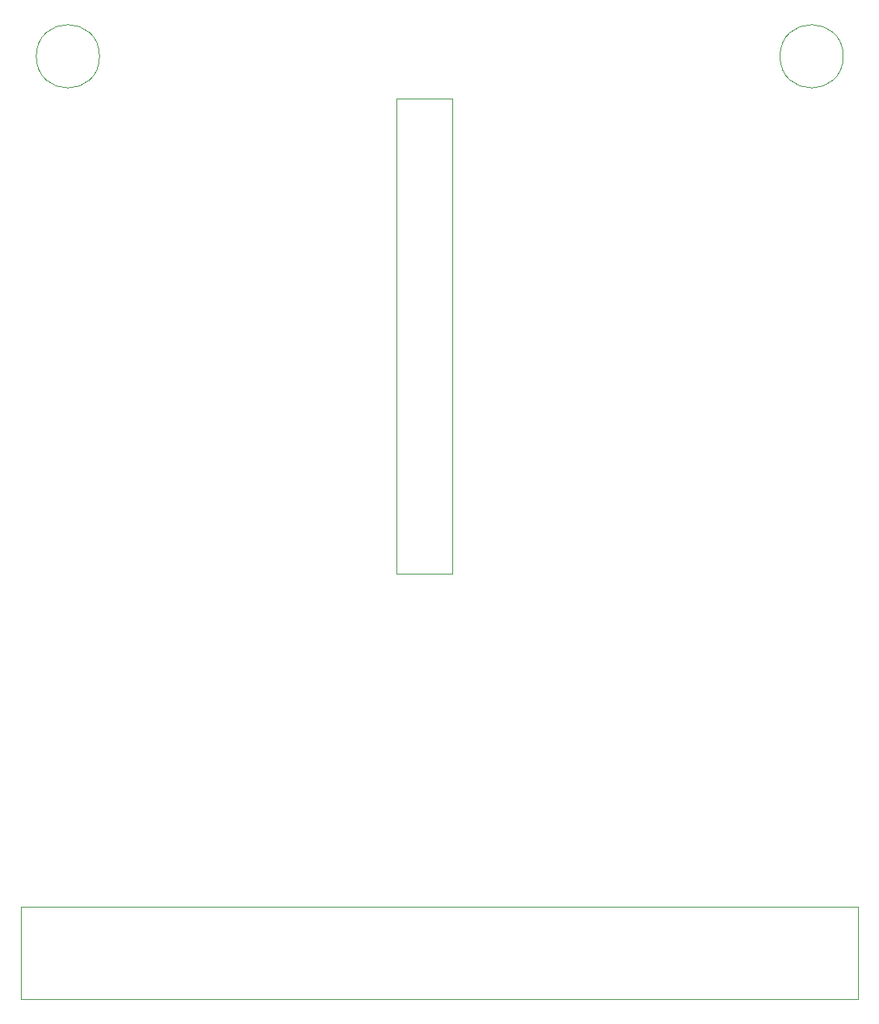
<source format=gbr>
G04 #@! TF.FileFunction,Other,User*
%FSLAX46Y46*%
G04 Gerber Fmt 4.6, Leading zero omitted, Abs format (unit mm)*
G04 Created by KiCad (PCBNEW 4.0.7) date 07/15/18 20:55:20*
%MOMM*%
%LPD*%
G01*
G04 APERTURE LIST*
%ADD10C,0.100000*%
%ADD11C,0.050000*%
G04 APERTURE END LIST*
D10*
D11*
X75886560Y-135690800D02*
X167186560Y-135690800D01*
X75886560Y-135690800D02*
X75886560Y-145790800D01*
X167186560Y-145790800D02*
X167186560Y-135690800D01*
X167186560Y-145790800D02*
X75886560Y-145790800D01*
X116818000Y-47552200D02*
X116818000Y-99402200D01*
X116818000Y-99402200D02*
X122968000Y-99402200D01*
X122968000Y-99402200D02*
X122968000Y-47552200D01*
X122968000Y-47552200D02*
X116818000Y-47552200D01*
X84437900Y-42938700D02*
G75*
G03X84437900Y-42938700I-3450000J0D01*
G01*
X165603600Y-42938700D02*
G75*
G03X165603600Y-42938700I-3450000J0D01*
G01*
M02*

</source>
